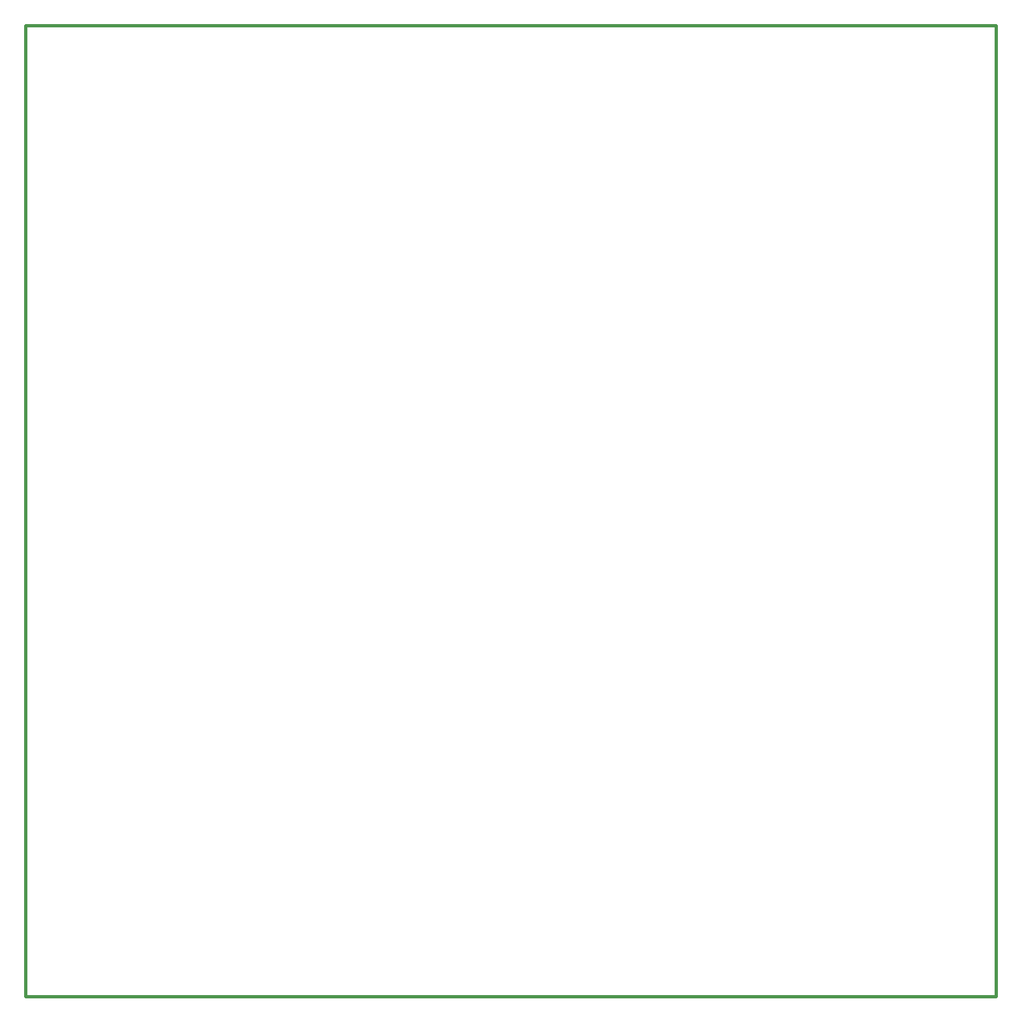
<source format=gm1>
%FSLAX25Y25*%
%MOIN*%
G70*
G01*
G75*
G04 Layer_Color=16711935*
%ADD10R,0.05512X0.05906*%
%ADD11R,0.02559X0.04331*%
%ADD12O,0.02559X0.04331*%
%ADD13R,0.05512X0.04724*%
%ADD14R,0.05906X0.05512*%
%ADD15R,0.04724X0.05512*%
%ADD16C,0.02000*%
%ADD17C,0.01000*%
%ADD18C,0.11811*%
%ADD19C,0.05906*%
%ADD20R,0.05906X0.05906*%
%ADD21C,0.05000*%
%ADD22R,0.98425X0.98425*%
D16*
X0Y0D02*
Y591000D01*
X590500D01*
Y-500D02*
Y591000D01*
X0Y-500D02*
X590500D01*
M02*

</source>
